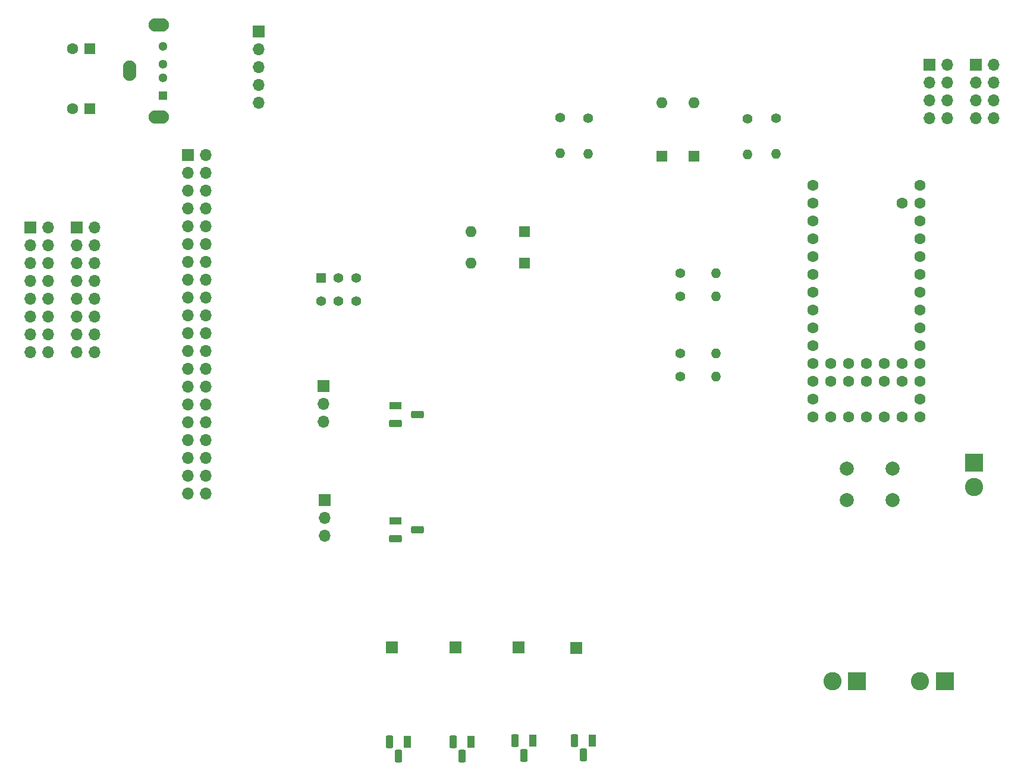
<source format=gbr>
%TF.GenerationSoftware,KiCad,Pcbnew,6.0.2-378541a8eb~116~ubuntu20.04.1*%
%TF.CreationDate,2022-03-07T10:10:34+02:00*%
%TF.ProjectId,system,73797374-656d-42e6-9b69-6361645f7063,rev?*%
%TF.SameCoordinates,Original*%
%TF.FileFunction,Soldermask,Bot*%
%TF.FilePolarity,Negative*%
%FSLAX46Y46*%
G04 Gerber Fmt 4.6, Leading zero omitted, Abs format (unit mm)*
G04 Created by KiCad (PCBNEW 6.0.2-378541a8eb~116~ubuntu20.04.1) date 2022-03-07 10:10:34*
%MOMM*%
%LPD*%
G01*
G04 APERTURE LIST*
G04 Aperture macros list*
%AMRoundRect*
0 Rectangle with rounded corners*
0 $1 Rounding radius*
0 $2 $3 $4 $5 $6 $7 $8 $9 X,Y pos of 4 corners*
0 Add a 4 corners polygon primitive as box body*
4,1,4,$2,$3,$4,$5,$6,$7,$8,$9,$2,$3,0*
0 Add four circle primitives for the rounded corners*
1,1,$1+$1,$2,$3*
1,1,$1+$1,$4,$5*
1,1,$1+$1,$6,$7*
1,1,$1+$1,$8,$9*
0 Add four rect primitives between the rounded corners*
20,1,$1+$1,$2,$3,$4,$5,0*
20,1,$1+$1,$4,$5,$6,$7,0*
20,1,$1+$1,$6,$7,$8,$9,0*
20,1,$1+$1,$8,$9,$2,$3,0*%
G04 Aperture macros list end*
%ADD10R,1.800000X1.100000*%
%ADD11RoundRect,0.275000X-0.625000X0.275000X-0.625000X-0.275000X0.625000X-0.275000X0.625000X0.275000X0*%
%ADD12R,1.700000X1.700000*%
%ADD13C,1.400000*%
%ADD14O,1.400000X1.400000*%
%ADD15O,1.700000X1.700000*%
%ADD16R,1.100000X1.800000*%
%ADD17RoundRect,0.275000X0.275000X0.625000X-0.275000X0.625000X-0.275000X-0.625000X0.275000X-0.625000X0*%
%ADD18R,1.600000X1.600000*%
%ADD19C,1.600000*%
%ADD20O,1.600000X1.600000*%
%ADD21R,2.600000X2.600000*%
%ADD22C,2.600000*%
%ADD23C,2.000000*%
%ADD24R,1.300000X1.300000*%
%ADD25C,1.300000*%
%ADD26O,2.900000X1.900000*%
%ADD27O,1.900000X2.900000*%
%ADD28R,1.400000X1.400000*%
G04 APERTURE END LIST*
D10*
%TO.C,Q6*%
X161290000Y-107312500D03*
D11*
X164400000Y-108582500D03*
X161290000Y-109852500D03*
%TD*%
D10*
%TO.C,Q5*%
X161290000Y-90912500D03*
D11*
X164400000Y-92182500D03*
X161290000Y-93452500D03*
%TD*%
D12*
%TO.C,Sol4*%
X178800000Y-125400000D03*
%TD*%
%TO.C,Sol2*%
X169900000Y-125400000D03*
%TD*%
D13*
%TO.C,R6*%
X201832000Y-83474000D03*
D14*
X206912000Y-83474000D03*
%TD*%
D13*
%TO.C,R7*%
X184772000Y-49834000D03*
D14*
X184772000Y-54914000D03*
%TD*%
D12*
%TO.C,J12*%
X243925000Y-42300000D03*
D15*
X246465000Y-42300000D03*
X243925000Y-44840000D03*
X246465000Y-44840000D03*
X243925000Y-47380000D03*
X246465000Y-47380000D03*
X243925000Y-49920000D03*
X246465000Y-49920000D03*
%TD*%
D13*
%TO.C,R4*%
X201832000Y-75376000D03*
D14*
X206912000Y-75376000D03*
%TD*%
D13*
%TO.C,R8*%
X201832000Y-86776000D03*
D14*
X206912000Y-86776000D03*
%TD*%
D16*
%TO.C,Q1*%
X180900000Y-138700000D03*
D17*
X179630000Y-140770000D03*
X178360000Y-138700000D03*
%TD*%
D12*
%TO.C,J4*%
X151190000Y-104387500D03*
D15*
X151190000Y-106927500D03*
X151190000Y-109467500D03*
%TD*%
D12*
%TO.C,Reg1*%
X141825000Y-37550000D03*
D15*
X141825000Y-40090000D03*
X141825000Y-42630000D03*
X141825000Y-45170000D03*
X141825000Y-47710000D03*
%TD*%
D18*
%TO.C,C1*%
X117800000Y-48600000D03*
D19*
X115300000Y-48600000D03*
%TD*%
D16*
%TO.C,Q3*%
X172100000Y-138800000D03*
D17*
X170830000Y-140870000D03*
X169560000Y-138800000D03*
%TD*%
D20*
%TO.C,D1*%
X199272000Y-47764000D03*
D18*
X199272000Y-55384000D03*
%TD*%
D12*
%TO.C,J10*%
X109325000Y-65525000D03*
D15*
X111865000Y-65525000D03*
X109325000Y-68065000D03*
X111865000Y-68065000D03*
X109325000Y-70605000D03*
X111865000Y-70605000D03*
X109325000Y-73145000D03*
X111865000Y-73145000D03*
X109325000Y-75685000D03*
X111865000Y-75685000D03*
X109325000Y-78225000D03*
X111865000Y-78225000D03*
X109325000Y-80765000D03*
X111865000Y-80765000D03*
X109325000Y-83305000D03*
X111865000Y-83305000D03*
%TD*%
D21*
%TO.C,J5*%
X239500000Y-130200000D03*
D22*
X236000000Y-130200000D03*
%TD*%
D13*
%TO.C,R3*%
X201832000Y-72074000D03*
D14*
X206912000Y-72074000D03*
%TD*%
D23*
%TO.C,SW2*%
X225550000Y-104350000D03*
X232050000Y-104350000D03*
X225550000Y-99850000D03*
X232050000Y-99850000D03*
%TD*%
D19*
%TO.C,U1*%
X220760000Y-59480000D03*
X220760000Y-62020000D03*
X220760000Y-64560000D03*
X220760000Y-67100000D03*
X220760000Y-69640000D03*
X220760000Y-72180000D03*
X220760000Y-74720000D03*
X220760000Y-77260000D03*
X220760000Y-79800000D03*
X220760000Y-82340000D03*
X220760000Y-84880000D03*
X220760000Y-87420000D03*
X220760000Y-89960000D03*
X220760000Y-92500000D03*
X223300000Y-92500000D03*
X225840000Y-92500000D03*
X228380000Y-92500000D03*
X230920000Y-92500000D03*
X233460000Y-92500000D03*
X236000000Y-92500000D03*
X236000000Y-89960000D03*
X236000000Y-87420000D03*
X236000000Y-84880000D03*
X236000000Y-82340000D03*
X236000000Y-79800000D03*
X236000000Y-77260000D03*
X236000000Y-74720000D03*
X236000000Y-72180000D03*
X236000000Y-69640000D03*
X236000000Y-67100000D03*
X236000000Y-64560000D03*
X236000000Y-62020000D03*
X236000000Y-59480000D03*
X233460000Y-62020000D03*
X233460000Y-87420000D03*
X233460000Y-84880000D03*
X230920000Y-87420000D03*
X230920000Y-84880000D03*
X228380000Y-87420000D03*
X228380000Y-84880000D03*
X225840000Y-87420000D03*
X225840000Y-84880000D03*
X223300000Y-87420000D03*
X223300000Y-84880000D03*
%TD*%
D20*
%TO.C,D2*%
X203772000Y-47764000D03*
D18*
X203772000Y-55384000D03*
%TD*%
D13*
%TO.C,R2*%
X211400000Y-50000000D03*
D14*
X211400000Y-55080000D03*
%TD*%
D24*
%TO.C,J8*%
X128200000Y-46700000D03*
D25*
X128200000Y-44200000D03*
X128200000Y-42200000D03*
X128200000Y-39700000D03*
D26*
X127600000Y-49770000D03*
D27*
X123420000Y-43200000D03*
D26*
X127600000Y-36630000D03*
%TD*%
D18*
%TO.C,C2*%
X117800000Y-40000000D03*
D19*
X115300000Y-40000000D03*
%TD*%
D12*
%TO.C,Sol3*%
X160775000Y-125350000D03*
%TD*%
D21*
%TO.C,J6*%
X243655000Y-99050000D03*
D22*
X243655000Y-102550000D03*
%TD*%
D20*
%TO.C,D3*%
X172062000Y-70574000D03*
D18*
X179682000Y-70574000D03*
%TD*%
D13*
%TO.C,R1*%
X215500000Y-49960000D03*
D14*
X215500000Y-55040000D03*
%TD*%
D13*
%TO.C,SW1*%
X155692500Y-76050000D03*
X153192500Y-76050000D03*
X150692500Y-76050000D03*
X155692500Y-72750000D03*
X153192500Y-72750000D03*
D28*
X150692500Y-72750000D03*
%TD*%
D12*
%TO.C,J1*%
X131800000Y-55200000D03*
D15*
X134340000Y-55200000D03*
X131800000Y-57740000D03*
X134340000Y-57740000D03*
X131800000Y-60280000D03*
X134340000Y-60280000D03*
X131800000Y-62820000D03*
X134340000Y-62820000D03*
X131800000Y-65360000D03*
X134340000Y-65360000D03*
X131800000Y-67900000D03*
X134340000Y-67900000D03*
X131800000Y-70440000D03*
X134340000Y-70440000D03*
X131800000Y-72980000D03*
X134340000Y-72980000D03*
X131800000Y-75520000D03*
X134340000Y-75520000D03*
X131800000Y-78060000D03*
X134340000Y-78060000D03*
X131800000Y-80600000D03*
X134340000Y-80600000D03*
X131800000Y-83140000D03*
X134340000Y-83140000D03*
X131800000Y-85680000D03*
X134340000Y-85680000D03*
X131800000Y-88220000D03*
X134340000Y-88220000D03*
X131800000Y-90760000D03*
X134340000Y-90760000D03*
X131800000Y-93300000D03*
X134340000Y-93300000D03*
X131800000Y-95840000D03*
X134340000Y-95840000D03*
X131800000Y-98380000D03*
X134340000Y-98380000D03*
X131800000Y-100920000D03*
X134340000Y-100920000D03*
X131800000Y-103460000D03*
X134340000Y-103460000D03*
%TD*%
%TO.C,J3*%
X151090000Y-93167500D03*
X151090000Y-90627500D03*
D12*
X151090000Y-88087500D03*
%TD*%
%TO.C,Sol1*%
X187075000Y-125450000D03*
%TD*%
D20*
%TO.C,D4*%
X172062000Y-66074000D03*
D18*
X179682000Y-66074000D03*
%TD*%
D13*
%TO.C,R5*%
X188772000Y-49974000D03*
D14*
X188772000Y-55054000D03*
%TD*%
D21*
%TO.C,J2*%
X227000000Y-130200000D03*
D22*
X223500000Y-130200000D03*
%TD*%
D16*
%TO.C,Q2*%
X189300000Y-138650000D03*
D17*
X188030000Y-140720000D03*
X186760000Y-138650000D03*
%TD*%
D16*
%TO.C,Q4*%
X163000000Y-138800000D03*
D17*
X161730000Y-140870000D03*
X160460000Y-138800000D03*
%TD*%
D12*
%TO.C,J11*%
X237350000Y-42300000D03*
D15*
X239890000Y-42300000D03*
X237350000Y-44840000D03*
X239890000Y-44840000D03*
X237350000Y-47380000D03*
X239890000Y-47380000D03*
X237350000Y-49920000D03*
X239890000Y-49920000D03*
%TD*%
D12*
%TO.C,J9*%
X115925000Y-65525000D03*
D15*
X118465000Y-65525000D03*
X115925000Y-68065000D03*
X118465000Y-68065000D03*
X115925000Y-70605000D03*
X118465000Y-70605000D03*
X115925000Y-73145000D03*
X118465000Y-73145000D03*
X115925000Y-75685000D03*
X118465000Y-75685000D03*
X115925000Y-78225000D03*
X118465000Y-78225000D03*
X115925000Y-80765000D03*
X118465000Y-80765000D03*
X115925000Y-83305000D03*
X118465000Y-83305000D03*
%TD*%
M02*

</source>
